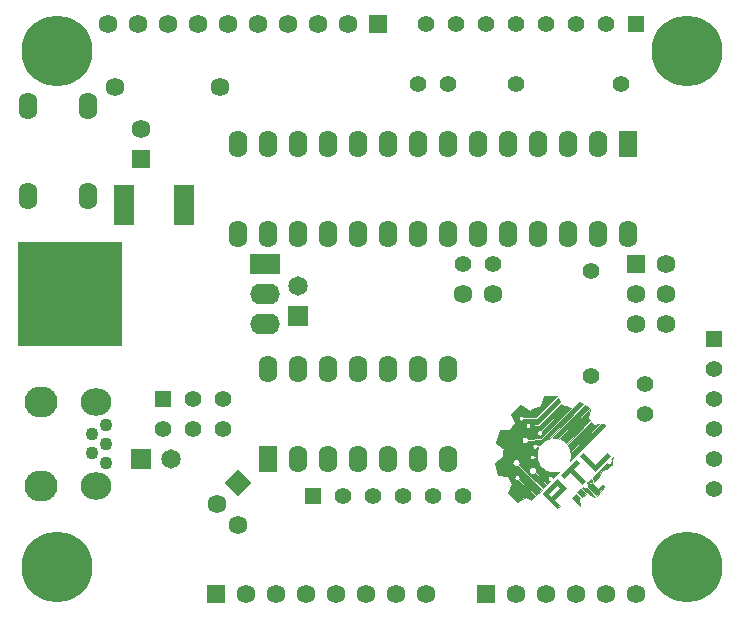
<source format=gts>
G04 #@! TF.FileFunction,Soldermask,Top*
%FSLAX46Y46*%
G04 Gerber Fmt 4.6, Leading zero omitted, Abs format (unit mm)*
G04 Created by KiCad (PCBNEW 4.0.2-stable) date 2016 March 27, Sunday 01:25:21*
%MOMM*%
G01*
G04 APERTURE LIST*
%ADD10C,0.150000*%
%ADD11C,0.000120*%
%ADD12C,1.100000*%
%ADD13O,2.600000X2.300000*%
%ADD14O,2.800000X2.600000*%
%ADD15C,1.588000*%
%ADD16R,1.588000X1.588000*%
%ADD17R,2.540000X1.750000*%
%ADD18O,2.540000X1.750000*%
%ADD19R,8.890000X8.890000*%
%ADD20C,1.397000*%
%ADD21R,1.397000X1.397000*%
%ADD22O,1.574800X2.286000*%
%ADD23R,1.574800X2.286000*%
%ADD24C,6.000000*%
%ADD25R,1.651000X1.651000*%
%ADD26C,1.651000*%
%ADD27R,1.780000X3.500000*%
G04 APERTURE END LIST*
D10*
D11*
G36*
X248032570Y-164866629D02*
X248281696Y-164617894D01*
X249276635Y-165612833D01*
X250271900Y-164617894D01*
X250520635Y-164866629D01*
X249276635Y-166110694D01*
X248032570Y-164866629D01*
G37*
X248032570Y-164866629D02*
X248281696Y-164617894D01*
X249276635Y-165612833D01*
X250271900Y-164617894D01*
X250520635Y-164866629D01*
X249276635Y-166110694D01*
X248032570Y-164866629D01*
G36*
X247186976Y-166210084D02*
X246689115Y-166707553D01*
X246440380Y-166458818D01*
X247684445Y-165214818D01*
X247933180Y-165463879D01*
X247435711Y-165961349D01*
X248430650Y-166956353D01*
X248181915Y-167205414D01*
X247186976Y-166210084D01*
G37*
X247186976Y-166210084D02*
X246689115Y-166707553D01*
X246440380Y-166458818D01*
X247684445Y-165214818D01*
X247933180Y-165463879D01*
X247435711Y-165961349D01*
X248430650Y-166956353D01*
X248181915Y-167205414D01*
X247186976Y-166210084D01*
G36*
X244848190Y-168051399D02*
X246091864Y-166807334D01*
X246838460Y-167553930D01*
X245843130Y-168548869D01*
X245594395Y-168300134D01*
X246340599Y-167553930D01*
X246091864Y-167304804D01*
X245345660Y-168051399D01*
X245594395Y-168300134D01*
X245843130Y-168548869D01*
X246340599Y-169046339D01*
X246091864Y-169295399D01*
X244848190Y-168051399D01*
G37*
X244848190Y-168051399D02*
X246091864Y-166807334D01*
X246838460Y-167553930D01*
X245843130Y-168548869D01*
X245594395Y-168300134D01*
X246340599Y-167553930D01*
X246091864Y-167304804D01*
X245345660Y-168051399D01*
X245594395Y-168300134D01*
X245843130Y-168548869D01*
X246340599Y-169046339D01*
X246091864Y-169295399D01*
X244848190Y-168051399D01*
G36*
X247981962Y-169098707D02*
X247978114Y-168443414D01*
X248059830Y-168391763D01*
X247704597Y-168031965D01*
X247302995Y-168433893D01*
X247981962Y-169098707D01*
G37*
X247981962Y-169098707D02*
X247978114Y-168443414D01*
X248059830Y-168391763D01*
X247704597Y-168031965D01*
X247302995Y-168433893D01*
X247981962Y-169098707D01*
G36*
X248181915Y-168311808D02*
X248517322Y-168057399D01*
X248099416Y-167637407D01*
X247806139Y-167930749D01*
X248181915Y-168311808D01*
G37*
X248181915Y-168311808D02*
X248517322Y-168057399D01*
X248099416Y-167637407D01*
X247806139Y-167930749D01*
X248181915Y-168311808D01*
G36*
X242787552Y-166884876D02*
X242684576Y-166909593D01*
X242596469Y-166891920D01*
X242524666Y-166843464D01*
X242476145Y-166771596D01*
X242458145Y-166683488D01*
X242476145Y-166595773D01*
X242524666Y-166523969D01*
X242596469Y-166475122D01*
X242684576Y-166457449D01*
X242772683Y-166475122D01*
X242844486Y-166523969D01*
X242893007Y-166595773D01*
X242910681Y-166683488D01*
X242905007Y-166734096D01*
X242887659Y-166782226D01*
X244308265Y-168160702D01*
X244775279Y-167693688D01*
X242755009Y-165677984D01*
X242720314Y-165694614D01*
X242683532Y-165707005D01*
X242645316Y-165714049D01*
X242606381Y-165716527D01*
X242488210Y-165692788D01*
X242391624Y-165627376D01*
X242326147Y-165530791D01*
X242302082Y-165412619D01*
X242326147Y-165294056D01*
X242391624Y-165197471D01*
X242488210Y-165131994D01*
X242606381Y-165108320D01*
X242724945Y-165131994D01*
X242821530Y-165197471D01*
X242886942Y-165294056D01*
X242910681Y-165412619D01*
X242907485Y-165456836D01*
X242897572Y-165499618D01*
X242881659Y-165540704D01*
X242859355Y-165579573D01*
X244876168Y-167592864D01*
X245165207Y-167303760D01*
X244169224Y-166317690D01*
X244131333Y-166340647D01*
X244091747Y-166357668D01*
X244050335Y-166368298D01*
X244007488Y-166372863D01*
X244001162Y-166372863D01*
X243886837Y-166349125D01*
X243792730Y-166284756D01*
X243727971Y-166189214D01*
X243702862Y-166072086D01*
X243707493Y-166012348D01*
X243723014Y-165955349D01*
X243749231Y-165902263D01*
X243785296Y-165854851D01*
X243830230Y-165815590D01*
X243880838Y-165786243D01*
X243936076Y-165767461D01*
X243994770Y-165760026D01*
X244001488Y-165760026D01*
X244115420Y-165783765D01*
X244209528Y-165848133D01*
X244273961Y-165943349D01*
X244299396Y-166060086D01*
X244298026Y-166099738D01*
X244291309Y-166137954D01*
X244280287Y-166175062D01*
X244264374Y-166210475D01*
X245266422Y-167202545D01*
X245479745Y-166989222D01*
X245399463Y-166966918D01*
X245334312Y-166918463D01*
X245290487Y-166850181D01*
X245273466Y-166768074D01*
X245289052Y-166679249D01*
X245335030Y-166606011D01*
X245404420Y-166555469D01*
X245490375Y-166535643D01*
X245576330Y-166552599D01*
X245647089Y-166598968D01*
X245695936Y-166667967D01*
X245716480Y-166752878D01*
X246334925Y-166134368D01*
X246208275Y-166177541D01*
X246076669Y-166209431D01*
X245940823Y-166229192D01*
X245801000Y-166235909D01*
X245664111Y-166229583D01*
X245530744Y-166210801D01*
X245401224Y-166180410D01*
X245276661Y-166138998D01*
X245157446Y-166086629D01*
X245043839Y-166024348D01*
X244937015Y-165952871D01*
X244836843Y-165872198D01*
X244744496Y-165783048D01*
X244659976Y-165686071D01*
X244584260Y-165582051D01*
X244517348Y-165471314D01*
X244460741Y-165354577D01*
X244414046Y-165232492D01*
X244378698Y-165105125D01*
X244354242Y-164973518D01*
X244120768Y-164985192D01*
X244094225Y-165035408D01*
X244055617Y-165074016D01*
X244007488Y-165098733D01*
X243952706Y-165107277D01*
X243881881Y-165092733D01*
X243824230Y-165052756D01*
X243784970Y-164993344D01*
X243770818Y-164920758D01*
X243784970Y-164847912D01*
X243824230Y-164788108D01*
X243881881Y-164748131D01*
X243952706Y-164733261D01*
X244003966Y-164741022D01*
X244049617Y-164762609D01*
X244087834Y-164796586D01*
X244116138Y-164841912D01*
X244341851Y-164830238D01*
X244339047Y-164774282D01*
X244341851Y-164683045D01*
X244350395Y-164593177D01*
X244364155Y-164505070D01*
X244382938Y-164419050D01*
X244407002Y-164334855D01*
X244435632Y-164252748D01*
X244469219Y-164172793D01*
X244507109Y-164095316D01*
X244391416Y-164100599D01*
X244360634Y-164157924D01*
X244315308Y-164201814D01*
X244259418Y-164230118D01*
X244196093Y-164240357D01*
X244114703Y-164223401D01*
X244048183Y-164177749D01*
X244003249Y-164109859D01*
X243987010Y-164026709D01*
X244003249Y-163943166D01*
X244048183Y-163874885D01*
X244114703Y-163828908D01*
X244196093Y-163812277D01*
X244260527Y-163822516D01*
X244317134Y-163852255D01*
X244362721Y-163897515D01*
X244393568Y-163955949D01*
X244596260Y-163946688D01*
X244765757Y-163742887D01*
X244863777Y-163653411D01*
X244969232Y-163573064D01*
X245082447Y-163502305D01*
X245201662Y-163441784D01*
X245327269Y-163392285D01*
X245458158Y-163354394D01*
X248277783Y-160447771D01*
X247972440Y-160256687D01*
X247906246Y-160309447D01*
X244804691Y-163506544D01*
X243597799Y-163565630D01*
X243561017Y-163647737D01*
X243501931Y-163712105D01*
X243425824Y-163754235D01*
X243338825Y-163769430D01*
X243234414Y-163747844D01*
X243148785Y-163688432D01*
X243091134Y-163600651D01*
X243069873Y-163493109D01*
X243091134Y-163385894D01*
X243148785Y-163298178D01*
X243234414Y-163239092D01*
X243338825Y-163217505D01*
X243426867Y-163232374D01*
X243502975Y-163274113D01*
X243561343Y-163338481D01*
X243597799Y-163421306D01*
X244741692Y-163365024D01*
X247253496Y-160776135D01*
X246876285Y-160656528D01*
X244814604Y-162781600D01*
X244824843Y-162806708D01*
X244832278Y-162832208D01*
X244836843Y-162858359D01*
X244838277Y-162884511D01*
X244819886Y-162977966D01*
X244769670Y-163054725D01*
X244694997Y-163106051D01*
X244604086Y-163125159D01*
X244512783Y-163106051D01*
X244438502Y-163054725D01*
X244387894Y-162977966D01*
X244369503Y-162884511D01*
X244387894Y-162791121D01*
X244438502Y-162714688D01*
X244512783Y-162663428D01*
X244604086Y-162644320D01*
X244633433Y-162646406D01*
X244662063Y-162652080D01*
X244690367Y-162661993D01*
X244717301Y-162675428D01*
X246713571Y-160617985D01*
X246419185Y-160561377D01*
X246375620Y-160450640D01*
X244555956Y-162326586D01*
X244543174Y-162327303D01*
X243806165Y-162351368D01*
X243774731Y-162405824D01*
X243730123Y-162447953D01*
X243675602Y-162474822D01*
X243614429Y-162484409D01*
X243533757Y-162467779D01*
X243467953Y-162422128D01*
X243423346Y-162354498D01*
X243407107Y-162271739D01*
X243423346Y-162188914D01*
X243467953Y-162121024D01*
X243533757Y-162075373D01*
X243614429Y-162058743D01*
X243679906Y-162069308D01*
X243736840Y-162099764D01*
X243782491Y-162146850D01*
X243811839Y-162206979D01*
X244494001Y-162184675D01*
X246318686Y-160304165D01*
X246163341Y-159906737D01*
X244405242Y-161718705D01*
X244392459Y-161718705D01*
X243218827Y-161737487D01*
X243186284Y-161786661D01*
X243142785Y-161824160D01*
X243090743Y-161848225D01*
X243033091Y-161856703D01*
X242952419Y-161839747D01*
X242886290Y-161794095D01*
X242842008Y-161726466D01*
X242825378Y-161643706D01*
X242842008Y-161560882D01*
X242886290Y-161493318D01*
X242952419Y-161447666D01*
X243033091Y-161431036D01*
X243094982Y-161440623D01*
X243149829Y-161467818D01*
X243194436Y-161510339D01*
X243225545Y-161565512D01*
X244333047Y-161548491D01*
X246062517Y-159766000D01*
X245005296Y-159814847D01*
X244757605Y-160638854D01*
X244497914Y-160711375D01*
X244245266Y-160799808D01*
X244000053Y-160903176D01*
X243762992Y-161021348D01*
X243035896Y-160569138D01*
X242183911Y-161270409D01*
X242479014Y-162078895D01*
X242369320Y-162218653D01*
X242265300Y-162363694D01*
X242167672Y-162512713D01*
X242075652Y-162666232D01*
X241217993Y-162669036D01*
X240868433Y-163715692D01*
X241548117Y-164244270D01*
X241533248Y-164377311D01*
X241522292Y-164511396D01*
X241515574Y-164646589D01*
X241513096Y-164782826D01*
X241513422Y-164825934D01*
X241514466Y-164869107D01*
X241515900Y-164912280D01*
X241517661Y-164955779D01*
X240792000Y-165412945D01*
X241051365Y-166485753D01*
X241906872Y-166573142D01*
X241985392Y-166734096D01*
X242070369Y-166891202D01*
X242161607Y-167044069D01*
X242258909Y-167193023D01*
X241887437Y-167965444D01*
X242676424Y-168737083D01*
X243448454Y-168356742D01*
X243870207Y-168598759D01*
X244207049Y-168262244D01*
X242787552Y-166884876D01*
G37*
X242787552Y-166884876D02*
X242684576Y-166909593D01*
X242596469Y-166891920D01*
X242524666Y-166843464D01*
X242476145Y-166771596D01*
X242458145Y-166683488D01*
X242476145Y-166595773D01*
X242524666Y-166523969D01*
X242596469Y-166475122D01*
X242684576Y-166457449D01*
X242772683Y-166475122D01*
X242844486Y-166523969D01*
X242893007Y-166595773D01*
X242910681Y-166683488D01*
X242905007Y-166734096D01*
X242887659Y-166782226D01*
X244308265Y-168160702D01*
X244775279Y-167693688D01*
X242755009Y-165677984D01*
X242720314Y-165694614D01*
X242683532Y-165707005D01*
X242645316Y-165714049D01*
X242606381Y-165716527D01*
X242488210Y-165692788D01*
X242391624Y-165627376D01*
X242326147Y-165530791D01*
X242302082Y-165412619D01*
X242326147Y-165294056D01*
X242391624Y-165197471D01*
X242488210Y-165131994D01*
X242606381Y-165108320D01*
X242724945Y-165131994D01*
X242821530Y-165197471D01*
X242886942Y-165294056D01*
X242910681Y-165412619D01*
X242907485Y-165456836D01*
X242897572Y-165499618D01*
X242881659Y-165540704D01*
X242859355Y-165579573D01*
X244876168Y-167592864D01*
X245165207Y-167303760D01*
X244169224Y-166317690D01*
X244131333Y-166340647D01*
X244091747Y-166357668D01*
X244050335Y-166368298D01*
X244007488Y-166372863D01*
X244001162Y-166372863D01*
X243886837Y-166349125D01*
X243792730Y-166284756D01*
X243727971Y-166189214D01*
X243702862Y-166072086D01*
X243707493Y-166012348D01*
X243723014Y-165955349D01*
X243749231Y-165902263D01*
X243785296Y-165854851D01*
X243830230Y-165815590D01*
X243880838Y-165786243D01*
X243936076Y-165767461D01*
X243994770Y-165760026D01*
X244001488Y-165760026D01*
X244115420Y-165783765D01*
X244209528Y-165848133D01*
X244273961Y-165943349D01*
X244299396Y-166060086D01*
X244298026Y-166099738D01*
X244291309Y-166137954D01*
X244280287Y-166175062D01*
X244264374Y-166210475D01*
X245266422Y-167202545D01*
X245479745Y-166989222D01*
X245399463Y-166966918D01*
X245334312Y-166918463D01*
X245290487Y-166850181D01*
X245273466Y-166768074D01*
X245289052Y-166679249D01*
X245335030Y-166606011D01*
X245404420Y-166555469D01*
X245490375Y-166535643D01*
X245576330Y-166552599D01*
X245647089Y-166598968D01*
X245695936Y-166667967D01*
X245716480Y-166752878D01*
X246334925Y-166134368D01*
X246208275Y-166177541D01*
X246076669Y-166209431D01*
X245940823Y-166229192D01*
X245801000Y-166235909D01*
X245664111Y-166229583D01*
X245530744Y-166210801D01*
X245401224Y-166180410D01*
X245276661Y-166138998D01*
X245157446Y-166086629D01*
X245043839Y-166024348D01*
X244937015Y-165952871D01*
X244836843Y-165872198D01*
X244744496Y-165783048D01*
X244659976Y-165686071D01*
X244584260Y-165582051D01*
X244517348Y-165471314D01*
X244460741Y-165354577D01*
X244414046Y-165232492D01*
X244378698Y-165105125D01*
X244354242Y-164973518D01*
X244120768Y-164985192D01*
X244094225Y-165035408D01*
X244055617Y-165074016D01*
X244007488Y-165098733D01*
X243952706Y-165107277D01*
X243881881Y-165092733D01*
X243824230Y-165052756D01*
X243784970Y-164993344D01*
X243770818Y-164920758D01*
X243784970Y-164847912D01*
X243824230Y-164788108D01*
X243881881Y-164748131D01*
X243952706Y-164733261D01*
X244003966Y-164741022D01*
X244049617Y-164762609D01*
X244087834Y-164796586D01*
X244116138Y-164841912D01*
X244341851Y-164830238D01*
X244339047Y-164774282D01*
X244341851Y-164683045D01*
X244350395Y-164593177D01*
X244364155Y-164505070D01*
X244382938Y-164419050D01*
X244407002Y-164334855D01*
X244435632Y-164252748D01*
X244469219Y-164172793D01*
X244507109Y-164095316D01*
X244391416Y-164100599D01*
X244360634Y-164157924D01*
X244315308Y-164201814D01*
X244259418Y-164230118D01*
X244196093Y-164240357D01*
X244114703Y-164223401D01*
X244048183Y-164177749D01*
X244003249Y-164109859D01*
X243987010Y-164026709D01*
X244003249Y-163943166D01*
X244048183Y-163874885D01*
X244114703Y-163828908D01*
X244196093Y-163812277D01*
X244260527Y-163822516D01*
X244317134Y-163852255D01*
X244362721Y-163897515D01*
X244393568Y-163955949D01*
X244596260Y-163946688D01*
X244765757Y-163742887D01*
X244863777Y-163653411D01*
X244969232Y-163573064D01*
X245082447Y-163502305D01*
X245201662Y-163441784D01*
X245327269Y-163392285D01*
X245458158Y-163354394D01*
X248277783Y-160447771D01*
X247972440Y-160256687D01*
X247906246Y-160309447D01*
X244804691Y-163506544D01*
X243597799Y-163565630D01*
X243561017Y-163647737D01*
X243501931Y-163712105D01*
X243425824Y-163754235D01*
X243338825Y-163769430D01*
X243234414Y-163747844D01*
X243148785Y-163688432D01*
X243091134Y-163600651D01*
X243069873Y-163493109D01*
X243091134Y-163385894D01*
X243148785Y-163298178D01*
X243234414Y-163239092D01*
X243338825Y-163217505D01*
X243426867Y-163232374D01*
X243502975Y-163274113D01*
X243561343Y-163338481D01*
X243597799Y-163421306D01*
X244741692Y-163365024D01*
X247253496Y-160776135D01*
X246876285Y-160656528D01*
X244814604Y-162781600D01*
X244824843Y-162806708D01*
X244832278Y-162832208D01*
X244836843Y-162858359D01*
X244838277Y-162884511D01*
X244819886Y-162977966D01*
X244769670Y-163054725D01*
X244694997Y-163106051D01*
X244604086Y-163125159D01*
X244512783Y-163106051D01*
X244438502Y-163054725D01*
X244387894Y-162977966D01*
X244369503Y-162884511D01*
X244387894Y-162791121D01*
X244438502Y-162714688D01*
X244512783Y-162663428D01*
X244604086Y-162644320D01*
X244633433Y-162646406D01*
X244662063Y-162652080D01*
X244690367Y-162661993D01*
X244717301Y-162675428D01*
X246713571Y-160617985D01*
X246419185Y-160561377D01*
X246375620Y-160450640D01*
X244555956Y-162326586D01*
X244543174Y-162327303D01*
X243806165Y-162351368D01*
X243774731Y-162405824D01*
X243730123Y-162447953D01*
X243675602Y-162474822D01*
X243614429Y-162484409D01*
X243533757Y-162467779D01*
X243467953Y-162422128D01*
X243423346Y-162354498D01*
X243407107Y-162271739D01*
X243423346Y-162188914D01*
X243467953Y-162121024D01*
X243533757Y-162075373D01*
X243614429Y-162058743D01*
X243679906Y-162069308D01*
X243736840Y-162099764D01*
X243782491Y-162146850D01*
X243811839Y-162206979D01*
X244494001Y-162184675D01*
X246318686Y-160304165D01*
X246163341Y-159906737D01*
X244405242Y-161718705D01*
X244392459Y-161718705D01*
X243218827Y-161737487D01*
X243186284Y-161786661D01*
X243142785Y-161824160D01*
X243090743Y-161848225D01*
X243033091Y-161856703D01*
X242952419Y-161839747D01*
X242886290Y-161794095D01*
X242842008Y-161726466D01*
X242825378Y-161643706D01*
X242842008Y-161560882D01*
X242886290Y-161493318D01*
X242952419Y-161447666D01*
X243033091Y-161431036D01*
X243094982Y-161440623D01*
X243149829Y-161467818D01*
X243194436Y-161510339D01*
X243225545Y-161565512D01*
X244333047Y-161548491D01*
X246062517Y-159766000D01*
X245005296Y-159814847D01*
X244757605Y-160638854D01*
X244497914Y-160711375D01*
X244245266Y-160799808D01*
X244000053Y-160903176D01*
X243762992Y-161021348D01*
X243035896Y-160569138D01*
X242183911Y-161270409D01*
X242479014Y-162078895D01*
X242369320Y-162218653D01*
X242265300Y-162363694D01*
X242167672Y-162512713D01*
X242075652Y-162666232D01*
X241217993Y-162669036D01*
X240868433Y-163715692D01*
X241548117Y-164244270D01*
X241533248Y-164377311D01*
X241522292Y-164511396D01*
X241515574Y-164646589D01*
X241513096Y-164782826D01*
X241513422Y-164825934D01*
X241514466Y-164869107D01*
X241515900Y-164912280D01*
X241517661Y-164955779D01*
X240792000Y-165412945D01*
X241051365Y-166485753D01*
X241906872Y-166573142D01*
X241985392Y-166734096D01*
X242070369Y-166891202D01*
X242161607Y-167044069D01*
X242258909Y-167193023D01*
X241887437Y-167965444D01*
X242676424Y-168737083D01*
X243448454Y-168356742D01*
X243870207Y-168598759D01*
X244207049Y-168262244D01*
X242787552Y-166884876D01*
G36*
X247247823Y-164575112D02*
X249596847Y-162159567D01*
X249185006Y-162206653D01*
X248961706Y-161935941D01*
X247007892Y-163949884D01*
X247093912Y-164092512D01*
X247162911Y-164244987D01*
X247214562Y-164406332D01*
X247247823Y-164575112D01*
G37*
X247247823Y-164575112D02*
X249596847Y-162159567D01*
X249185006Y-162206653D01*
X248961706Y-161935941D01*
X247007892Y-163949884D01*
X247093912Y-164092512D01*
X247162911Y-164244987D01*
X247214562Y-164406332D01*
X247247823Y-164575112D01*
G36*
X246397924Y-163440414D02*
X246545443Y-163516848D01*
X246682398Y-163608803D01*
X246807678Y-163714975D01*
X246920502Y-163834581D01*
X248863686Y-161831203D01*
X248709058Y-161676967D01*
X248904055Y-160857133D01*
X246397924Y-163440414D01*
G37*
X246397924Y-163440414D02*
X246545443Y-163516848D01*
X246682398Y-163608803D01*
X246807678Y-163714975D01*
X246920502Y-163834581D01*
X248863686Y-161831203D01*
X248709058Y-161676967D01*
X248904055Y-160857133D01*
X246397924Y-163440414D01*
G36*
X245801000Y-163311938D02*
X245918128Y-163316895D01*
X246032778Y-163330721D01*
X246144624Y-163353351D01*
X246253209Y-163384133D01*
X248790448Y-160769026D01*
X248402346Y-160525965D01*
X245693850Y-163317612D01*
X245720719Y-163315525D01*
X245747262Y-163313699D01*
X245774131Y-163312656D01*
X245801000Y-163311938D01*
G37*
X245801000Y-163311938D02*
X245918128Y-163316895D01*
X246032778Y-163330721D01*
X246144624Y-163353351D01*
X246253209Y-163384133D01*
X248790448Y-160769026D01*
X248402346Y-160525965D01*
X245693850Y-163317612D01*
X245720719Y-163315525D01*
X245747262Y-163313699D01*
X245774131Y-163312656D01*
X245801000Y-163311938D01*
G36*
X250451702Y-165518400D02*
X250417007Y-165516248D01*
X250382638Y-165509204D01*
X250349769Y-165497531D01*
X250317878Y-165481227D01*
X249106095Y-166729531D01*
X249143203Y-166773748D01*
X249170463Y-166823964D01*
X249187093Y-166878485D01*
X249193093Y-166936136D01*
X249191006Y-166968027D01*
X249185658Y-166999461D01*
X249176854Y-167030243D01*
X249164137Y-167060373D01*
X249171898Y-167068134D01*
X249179332Y-167075895D01*
X249186767Y-167083329D01*
X249194202Y-167091090D01*
X249615955Y-166656293D01*
X249856147Y-166059369D01*
X250288922Y-165963110D01*
X250622503Y-165619224D01*
X250719153Y-165619224D01*
X250752022Y-165312838D01*
X250712110Y-165312838D01*
X250675263Y-165396315D01*
X250616568Y-165461075D01*
X250540070Y-165503531D01*
X250451702Y-165518400D01*
G37*
X250451702Y-165518400D02*
X250417007Y-165516248D01*
X250382638Y-165509204D01*
X250349769Y-165497531D01*
X250317878Y-165481227D01*
X249106095Y-166729531D01*
X249143203Y-166773748D01*
X249170463Y-166823964D01*
X249187093Y-166878485D01*
X249193093Y-166936136D01*
X249191006Y-166968027D01*
X249185658Y-166999461D01*
X249176854Y-167030243D01*
X249164137Y-167060373D01*
X249171898Y-167068134D01*
X249179332Y-167075895D01*
X249186767Y-167083329D01*
X249194202Y-167091090D01*
X249615955Y-166656293D01*
X249856147Y-166059369D01*
X250288922Y-165963110D01*
X250622503Y-165619224D01*
X250719153Y-165619224D01*
X250752022Y-165312838D01*
X250712110Y-165312838D01*
X250675263Y-165396315D01*
X250616568Y-165461075D01*
X250540070Y-165503531D01*
X250451702Y-165518400D01*
G36*
X248911815Y-167079416D02*
X248965619Y-167068134D01*
X249009509Y-167037352D01*
X249039183Y-166992027D01*
X249050139Y-166936136D01*
X249041661Y-166886963D01*
X249019031Y-166845225D01*
X248984336Y-166813725D01*
X248941163Y-166795660D01*
X248777013Y-166959875D01*
X248792926Y-167006896D01*
X248822991Y-167045113D01*
X248863686Y-167070221D01*
X248911815Y-167079416D01*
G37*
X248911815Y-167079416D02*
X248965619Y-167068134D01*
X249009509Y-167037352D01*
X249039183Y-166992027D01*
X249050139Y-166936136D01*
X249041661Y-166886963D01*
X249019031Y-166845225D01*
X248984336Y-166813725D01*
X248941163Y-166795660D01*
X248777013Y-166959875D01*
X248792926Y-167006896D01*
X248822991Y-167045113D01*
X248863686Y-167070221D01*
X248911815Y-167079416D01*
G36*
X248762144Y-168099855D02*
X249305982Y-168292700D01*
X248580647Y-167545060D01*
X248555148Y-167557125D01*
X248528605Y-167565603D01*
X248501018Y-167570560D01*
X248473106Y-167572321D01*
X248413302Y-167564560D01*
X248359173Y-167541865D01*
X248312804Y-167506518D01*
X248275631Y-167460866D01*
X248257240Y-167479648D01*
X248201023Y-167535865D01*
X248762144Y-168099855D01*
G37*
X248762144Y-168099855D02*
X249305982Y-168292700D01*
X248580647Y-167545060D01*
X248555148Y-167557125D01*
X248528605Y-167565603D01*
X248501018Y-167570560D01*
X248473106Y-167572321D01*
X248413302Y-167564560D01*
X248359173Y-167541865D01*
X248312804Y-167506518D01*
X248275631Y-167460866D01*
X248257240Y-167479648D01*
X248201023Y-167535865D01*
X248762144Y-168099855D01*
G36*
X250665024Y-165071538D02*
X250712110Y-165168450D01*
X250768000Y-165168450D01*
X250792000Y-164944823D01*
X250665024Y-165071538D01*
G37*
X250665024Y-165071538D02*
X250712110Y-165168450D01*
X250768000Y-165168450D01*
X250792000Y-164944823D01*
X250665024Y-165071538D01*
G36*
X248708015Y-167330629D02*
X248706580Y-167360042D01*
X248701297Y-167388672D01*
X248692819Y-167416258D01*
X248681471Y-167442801D01*
X249436545Y-168221549D01*
X250046904Y-167445997D01*
X249944254Y-167284326D01*
X249562478Y-167677384D01*
X249072117Y-167171828D01*
X249035335Y-167194066D01*
X248995683Y-167210371D01*
X248954271Y-167220283D01*
X248911815Y-167223805D01*
X248835056Y-167212849D01*
X248766383Y-167181349D01*
X248709058Y-167133220D01*
X248665559Y-167070938D01*
X248650689Y-167086199D01*
X248620299Y-167116590D01*
X248605429Y-167131785D01*
X248647494Y-167169284D01*
X248680102Y-167216370D01*
X248700971Y-167270891D01*
X248708015Y-167330629D01*
G37*
X248708015Y-167330629D02*
X248706580Y-167360042D01*
X248701297Y-167388672D01*
X248692819Y-167416258D01*
X248681471Y-167442801D01*
X249436545Y-168221549D01*
X250046904Y-167445997D01*
X249944254Y-167284326D01*
X249562478Y-167677384D01*
X249072117Y-167171828D01*
X249035335Y-167194066D01*
X248995683Y-167210371D01*
X248954271Y-167220283D01*
X248911815Y-167223805D01*
X248835056Y-167212849D01*
X248766383Y-167181349D01*
X248709058Y-167133220D01*
X248665559Y-167070938D01*
X248650689Y-167086199D01*
X248620299Y-167116590D01*
X248605429Y-167131785D01*
X248647494Y-167169284D01*
X248680102Y-167216370D01*
X248700971Y-167270891D01*
X248708015Y-167330629D01*
G36*
X248007135Y-164461897D02*
X250144924Y-162324108D01*
X250040578Y-162108959D01*
X249821517Y-162134068D01*
X247262692Y-164765087D01*
X247262692Y-164769717D01*
X247263018Y-164771804D01*
X247263018Y-164773956D01*
X247256301Y-164913389D01*
X247236866Y-165048843D01*
X247205367Y-165180123D01*
X247162520Y-165306447D01*
X248007135Y-164461897D01*
G37*
X248007135Y-164461897D02*
X250144924Y-162324108D01*
X250040578Y-162108959D01*
X249821517Y-162134068D01*
X247262692Y-164765087D01*
X247262692Y-164769717D01*
X247263018Y-164771804D01*
X247263018Y-164773956D01*
X247256301Y-164913389D01*
X247236866Y-165048843D01*
X247205367Y-165180123D01*
X247162520Y-165306447D01*
X248007135Y-164461897D01*
D12*
X207910000Y-163830000D03*
X207910000Y-165430000D03*
X206710000Y-164630000D03*
X207910000Y-162230000D03*
X206710000Y-163030000D03*
D13*
X207010000Y-160280000D03*
X207010000Y-167380000D03*
D14*
X202360000Y-167380000D03*
X202360000Y-160280000D03*
D15*
X208661000Y-133604000D03*
X217551000Y-133604000D03*
X210820000Y-137160000D03*
D16*
X210820000Y-139700000D03*
D10*
G36*
X219075000Y-168236835D02*
X217952114Y-167113949D01*
X219075000Y-165991063D01*
X220197886Y-167113949D01*
X219075000Y-168236835D01*
X219075000Y-168236835D01*
G37*
D15*
X217278949Y-168910000D03*
X219075000Y-170706051D03*
X238125000Y-151130000D03*
X240665000Y-151130000D03*
D16*
X252744000Y-148640013D03*
D15*
X255284000Y-148640013D03*
X252744000Y-151180013D03*
X255284000Y-151180013D03*
X252744000Y-153720013D03*
X255284000Y-153720013D03*
D16*
X230886000Y-128270000D03*
D15*
X228346000Y-128270000D03*
X225806000Y-128270000D03*
X223266000Y-128270000D03*
X220726000Y-128270000D03*
X218186000Y-128270000D03*
X215646000Y-128270000D03*
X213106000Y-128270000D03*
X210566000Y-128270000D03*
X208026000Y-128270000D03*
D16*
X240030000Y-176530000D03*
D15*
X242570000Y-176530000D03*
X245110000Y-176530000D03*
X247650000Y-176530000D03*
X250190000Y-176530000D03*
X252730000Y-176530000D03*
D16*
X217170000Y-176530000D03*
D15*
X219710000Y-176530000D03*
X222250000Y-176530000D03*
X224790000Y-176530000D03*
X227330000Y-176530000D03*
X229870000Y-176530000D03*
X232410000Y-176530000D03*
X234950000Y-176530000D03*
D17*
X221361000Y-148590000D03*
D18*
X221361000Y-153670000D03*
X221361000Y-151130000D03*
D19*
X204851000Y-151130000D03*
D20*
X215265000Y-162560000D03*
X215265000Y-160020000D03*
X217805000Y-162560000D03*
X217805000Y-160020000D03*
X236855000Y-133350000D03*
X234315000Y-133350000D03*
X238125000Y-148590000D03*
X240665000Y-148590000D03*
X253492000Y-158750000D03*
X253492000Y-161290000D03*
D21*
X212725000Y-160020000D03*
D20*
X212725000Y-162560000D03*
D21*
X252730000Y-128270000D03*
D20*
X250190000Y-128270000D03*
X247650000Y-128270000D03*
X245110000Y-128270000D03*
X242570000Y-128270000D03*
X240030000Y-128270000D03*
X237490000Y-128270000D03*
X234950000Y-128270000D03*
D21*
X259334000Y-154940000D03*
D20*
X259334000Y-157480000D03*
X259334000Y-160020000D03*
X259334000Y-162560000D03*
X259334000Y-165100000D03*
X259334000Y-167640000D03*
D21*
X225425000Y-168275000D03*
D20*
X227965000Y-168275000D03*
X230505000Y-168275000D03*
X233045000Y-168275000D03*
X235585000Y-168275000D03*
X238125000Y-168275000D03*
X251460000Y-133350000D03*
X242570000Y-133350000D03*
X248920000Y-149225000D03*
X248920000Y-158115000D03*
D22*
X201295000Y-135255000D03*
X206375000Y-135255000D03*
X201295000Y-142875000D03*
X206375000Y-142875000D03*
D23*
X221615000Y-165100000D03*
D22*
X224155000Y-165100000D03*
X226695000Y-165100000D03*
X229235000Y-165100000D03*
X231775000Y-165100000D03*
X234315000Y-165100000D03*
X236855000Y-165100000D03*
X236855000Y-157480000D03*
X234315000Y-157480000D03*
X231775000Y-157480000D03*
X229235000Y-157480000D03*
X226695000Y-157480000D03*
X224155000Y-157480000D03*
X221615000Y-157480000D03*
X249555000Y-138430000D03*
X247015000Y-138430000D03*
X244475000Y-138430000D03*
X241935000Y-138430000D03*
X239395000Y-138430000D03*
X236855000Y-138430000D03*
X234315000Y-138430000D03*
X231775000Y-138430000D03*
X229235000Y-138430000D03*
X226695000Y-138430000D03*
X224155000Y-138430000D03*
X221615000Y-138430000D03*
X219075000Y-138430000D03*
D23*
X252095000Y-138430000D03*
D22*
X219075000Y-146050000D03*
X221615000Y-146050000D03*
X224155000Y-146050000D03*
X226695000Y-146050000D03*
X229235000Y-146050000D03*
X231775000Y-146050000D03*
X234315000Y-146050000D03*
X236855000Y-146050000D03*
X239395000Y-146050000D03*
X241935000Y-146050000D03*
X244475000Y-146050000D03*
X247015000Y-146050000D03*
X249555000Y-146050000D03*
X252095000Y-146050000D03*
D24*
X203708000Y-130556000D03*
X257048000Y-130556000D03*
X203708000Y-174244000D03*
X257048000Y-174244000D03*
D25*
X224155000Y-153035000D03*
D26*
X224155000Y-150495000D03*
D25*
X210820000Y-165100000D03*
D26*
X213360000Y-165100000D03*
D27*
X209423000Y-143637000D03*
X214503000Y-143637000D03*
M02*

</source>
